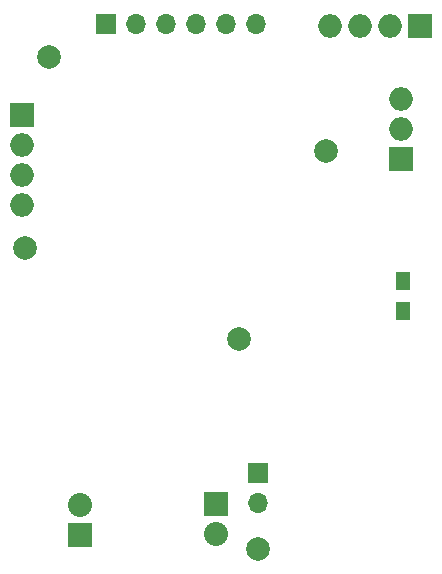
<source format=gbs>
G04 #@! TF.GenerationSoftware,KiCad,Pcbnew,no-vcs-found-44b118f~58~ubuntu16.04.1*
G04 #@! TF.CreationDate,2017-06-12T15:08:49+03:00*
G04 #@! TF.ProjectId,sd_wav_pcm5100,73645F7761765F70636D353130302E6B,rev?*
G04 #@! TF.FileFunction,Soldermask,Bot*
G04 #@! TF.FilePolarity,Negative*
%FSLAX46Y46*%
G04 Gerber Fmt 4.6, Leading zero omitted, Abs format (unit mm)*
G04 Created by KiCad (PCBNEW no-vcs-found-44b118f~58~ubuntu16.04.1) date Mon Jun 12 15:08:49 2017*
%MOMM*%
%LPD*%
G01*
G04 APERTURE LIST*
%ADD10C,0.100000*%
%ADD11C,2.000000*%
%ADD12R,1.700000X1.700000*%
%ADD13O,1.700000X1.700000*%
%ADD14R,1.250000X1.500000*%
%ADD15O,1.998980X1.998980*%
%ADD16R,1.998980X1.998980*%
%ADD17R,2.032000X2.032000*%
%ADD18O,2.032000X2.032000*%
G04 APERTURE END LIST*
D10*
D11*
X81110000Y-98380000D03*
X65040000Y-74550000D03*
X88460000Y-82470000D03*
X63040000Y-90680000D03*
X82720000Y-116150000D03*
D12*
X69820000Y-71700000D03*
D13*
X72360000Y-71700000D03*
X74900000Y-71700000D03*
X77440000Y-71700000D03*
X79980000Y-71700000D03*
X82520000Y-71700000D03*
D14*
X95000000Y-96000000D03*
X95000000Y-93500000D03*
D15*
X62775000Y-84565000D03*
X62775000Y-82025000D03*
D16*
X62775000Y-79485000D03*
D15*
X62775000Y-87105000D03*
X94850000Y-80600000D03*
D16*
X94850000Y-83140000D03*
D15*
X94850000Y-78060000D03*
X88845000Y-71900000D03*
D16*
X96465000Y-71900000D03*
D15*
X93925000Y-71900000D03*
X91385000Y-71900000D03*
D17*
X79200000Y-112410000D03*
D18*
X79200000Y-114950000D03*
X67675000Y-112500000D03*
D17*
X67675000Y-115040000D03*
D13*
X82720000Y-112320000D03*
D12*
X82720000Y-109780000D03*
M02*

</source>
